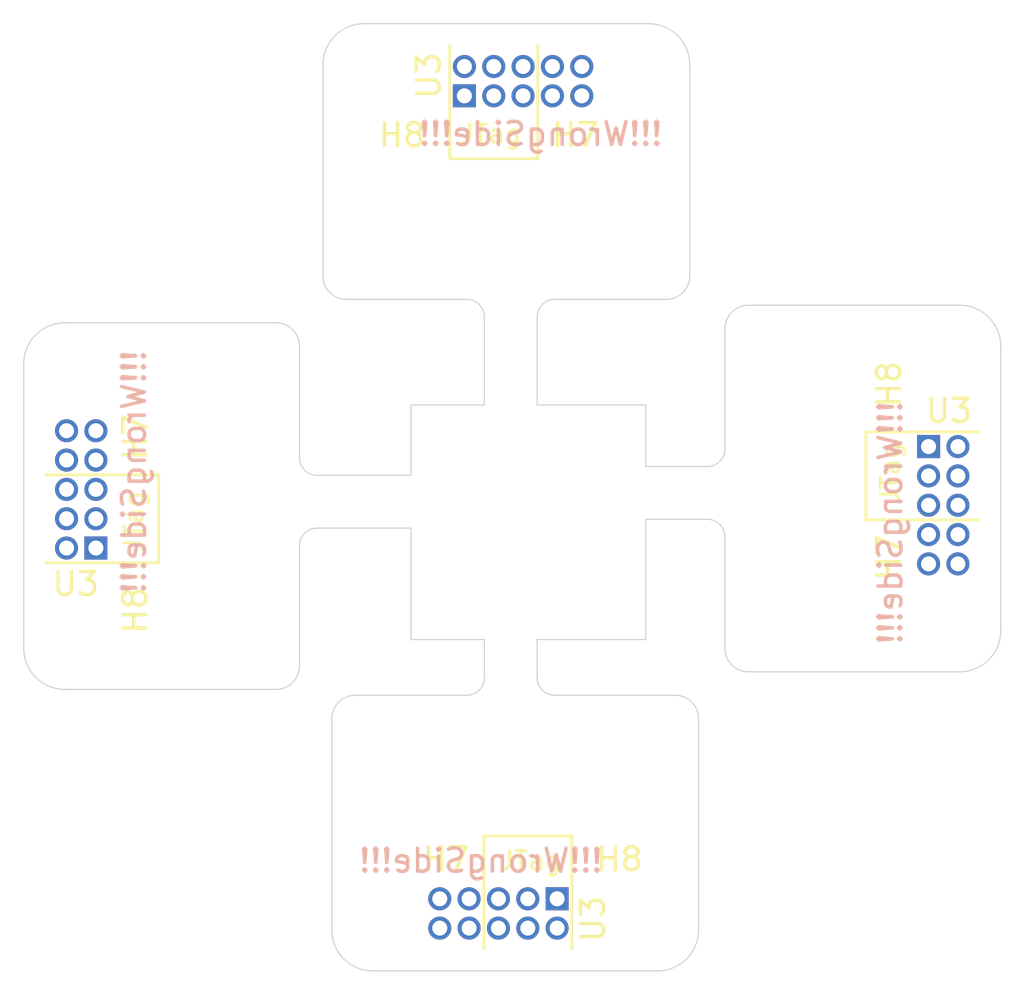
<source format=kicad_pcb>
(kicad_pcb (version 20171130) (host pcbnew 5.1.9)

  (general
    (thickness 1.6)
    (drawings 60)
    (tracks 0)
    (zones 0)
    (modules 12)
    (nets 11)
  )

  (page A4)
  (layers
    (0 F.Cu signal)
    (31 B.Cu signal)
    (32 B.Adhes user)
    (33 F.Adhes user)
    (34 B.Paste user)
    (35 F.Paste user)
    (36 B.SilkS user)
    (37 F.SilkS user)
    (38 B.Mask user)
    (39 F.Mask user)
    (40 Dwgs.User user)
    (41 Cmts.User user)
    (42 Eco1.User user)
    (43 Eco2.User user)
    (44 Edge.Cuts user)
    (45 Margin user)
    (46 B.CrtYd user)
    (47 F.CrtYd user)
    (48 B.Fab user)
    (49 F.Fab user)
  )

  (setup
    (last_trace_width 0.25)
    (trace_clearance 0.2)
    (zone_clearance 0.508)
    (zone_45_only no)
    (trace_min 0.2)
    (via_size 0.8)
    (via_drill 0.4)
    (via_min_size 0.4)
    (via_min_drill 0.3)
    (uvia_size 0.3)
    (uvia_drill 0.1)
    (uvias_allowed no)
    (uvia_min_size 0.2)
    (uvia_min_drill 0.1)
    (edge_width 0.05)
    (segment_width 0.2)
    (pcb_text_width 0.3)
    (pcb_text_size 1.5 1.5)
    (mod_edge_width 0.12)
    (mod_text_size 1 1)
    (mod_text_width 0.15)
    (pad_size 1.524 1.524)
    (pad_drill 0.762)
    (pad_to_mask_clearance 0)
    (aux_axis_origin 0 0)
    (visible_elements FFFFFF7F)
    (pcbplotparams
      (layerselection 0x010fc_ffffffff)
      (usegerberextensions false)
      (usegerberattributes true)
      (usegerberadvancedattributes true)
      (creategerberjobfile true)
      (excludeedgelayer true)
      (linewidth 0.100000)
      (plotframeref false)
      (viasonmask false)
      (mode 1)
      (useauxorigin false)
      (hpglpennumber 1)
      (hpglpenspeed 20)
      (hpglpendiameter 15.000000)
      (psnegative false)
      (psa4output false)
      (plotreference true)
      (plotvalue true)
      (plotinvisibletext false)
      (padsonsilk false)
      (subtractmaskfromsilk false)
      (outputformat 1)
      (mirror false)
      (drillshape 0)
      (scaleselection 1)
      (outputdirectory "plot/"))
  )

  (net 0 "")
  (net 1 "Net-(U3-Pad9)")
  (net 2 "Net-(U3-Pad8)")
  (net 3 "Net-(U3-Pad7)")
  (net 4 "Net-(U3-Pad10)")
  (net 5 "Net-(U3-Pad1)")
  (net 6 "Net-(U3-Pad2)")
  (net 7 "Net-(U3-Pad3)")
  (net 8 "Net-(U3-Pad4)")
  (net 9 "Net-(U3-Pad5)")
  (net 10 "Net-(U3-Pad6)")

  (net_class Default "This is the default net class."
    (clearance 0.2)
    (trace_width 0.25)
    (via_dia 0.8)
    (via_drill 0.4)
    (uvia_dia 0.3)
    (uvia_drill 0.1)
    (add_net "Net-(U3-Pad1)")
    (add_net "Net-(U3-Pad10)")
    (add_net "Net-(U3-Pad2)")
    (add_net "Net-(U3-Pad3)")
    (add_net "Net-(U3-Pad4)")
    (add_net "Net-(U3-Pad5)")
    (add_net "Net-(U3-Pad6)")
    (add_net "Net-(U3-Pad7)")
    (add_net "Net-(U3-Pad8)")
    (add_net "Net-(U3-Pad9)")
  )

  (module KisonCommon:jtag1.27-10 (layer F.Cu) (tedit 607055E8) (tstamp 60809285)
    (at 131.6228 66.5734)
    (descr "Through hole straight pin header, 2x03, 1.27mm pitch, double rows")
    (tags "Through hole pin header THT 2x03 1.27mm double row")
    (path /60848C73)
    (fp_text reference U3 (at 0.875 -1.55) (layer F.SilkS)
      (effects (font (size 1 1) (thickness 0.15)))
    )
    (fp_text value ESP32FullConnector (at 3.302 3.048 270) (layer F.Fab)
      (effects (font (size 1 1) (thickness 0.15)))
    )
    (fp_line (start 2.159 3.175) (end -2.7178 3.175) (layer F.SilkS) (width 0.12))
    (fp_line (start -0.889 5.842) (end -0.889 -0.889) (layer Dwgs.User) (width 0.12))
    (fp_line (start 2.159 5.842) (end -0.889 5.842) (layer Dwgs.User) (width 0.12))
    (fp_line (start 2.159 -0.889) (end 2.159 5.842) (layer Dwgs.User) (width 0.12))
    (fp_line (start -0.889 -0.889) (end 2.159 -0.889) (layer Dwgs.User) (width 0.12))
    (fp_line (start 2.159 -0.635) (end -2.7178 -0.635) (layer F.SilkS) (width 0.12))
    (fp_line (start -2.7178 -0.635) (end -2.7178 3.175) (layer F.SilkS) (width 0.12))
    (fp_text user JTag (at -1.651 1.143 270) (layer F.SilkS)
      (effects (font (size 0.8 0.8) (thickness 0.12)))
    )
    (fp_text user !!!WrongSide!!! (at -1.651 3.302 270) (layer B.SilkS)
      (effects (font (size 1 1) (thickness 0.15)) (justify mirror))
    )
    (pad 6 thru_hole oval (at 1.27 2.54) (size 1 1) (drill 0.65) (layers *.Cu *.Mask))
    (pad 5 thru_hole oval (at 0 2.54) (size 1 1) (drill 0.65) (layers *.Cu *.Mask))
    (pad 4 thru_hole oval (at 1.27 1.27) (size 1 1) (drill 0.65) (layers *.Cu *.Mask))
    (pad 3 thru_hole oval (at 0 1.27) (size 1 1) (drill 0.65) (layers *.Cu *.Mask))
    (pad 2 thru_hole oval (at 1.27 0) (size 1 1) (drill 0.65) (layers *.Cu *.Mask))
    (pad 1 thru_hole rect (at 0 0) (size 1 1) (drill 0.65) (layers *.Cu *.Mask))
    (pad 10 thru_hole oval (at 1.27 5.08) (size 1 1) (drill 0.65) (layers *.Cu *.Mask))
    (pad 7 thru_hole oval (at 0 3.81) (size 1 1) (drill 0.65) (layers *.Cu *.Mask))
    (pad 8 thru_hole oval (at 1.27 3.81) (size 1 1) (drill 0.65) (layers *.Cu *.Mask))
    (pad 9 thru_hole oval (at 0 5.08) (size 1 1) (drill 0.65) (layers *.Cu *.Mask))
    (model ${KISYS3DMOD}/Connector_PinHeader_1.27mm.3dshapes/PinHeader_2x03_P1.27mm_Vertical.wrl
      (at (xyz 0 0 0))
      (scale (xyz 1 1 1))
      (rotate (xyz 0 0 0))
    )
  )

  (module MountingHole:MountingHole_2.2mm_M2 (layer F.Cu) (tedit 56D1B4CB) (tstamp 6080927E)
    (at 126.7138 63.875 270)
    (descr "Mounting Hole 2.2mm, no annular, M2")
    (tags "mounting hole 2.2mm no annular m2")
    (path /60849195)
    (attr virtual)
    (fp_text reference H8 (at 0 -3.2 90) (layer F.SilkS)
      (effects (font (size 1 1) (thickness 0.15)))
    )
    (fp_text value MountingHole (at -2.28 -1.8102 180) (layer F.Fab)
      (effects (font (size 1 1) (thickness 0.15)))
    )
    (fp_circle (center 0 0) (end 2.45 0) (layer F.CrtYd) (width 0.05))
    (fp_circle (center 0 0) (end 2.2 0) (layer Cmts.User) (width 0.15))
    (fp_text user %R (at 0.3 0 90) (layer F.Fab)
      (effects (font (size 1 1) (thickness 0.15)))
    )
    (pad 1 np_thru_hole circle (at 0 0 270) (size 2.2 2.2) (drill 2.2) (layers *.Cu *.Mask))
  )

  (module MountingHole:MountingHole_2.2mm_M2 (layer F.Cu) (tedit 56D1B4CB) (tstamp 60809272)
    (at 126.7138 71.375 270)
    (descr "Mounting Hole 2.2mm, no annular, M2")
    (tags "mounting hole 2.2mm no annular m2")
    (path /6084918F)
    (attr virtual)
    (fp_text reference H7 (at 0 -3.2 90) (layer F.SilkS)
      (effects (font (size 1 1) (thickness 0.15)))
    )
    (fp_text value MountingHole (at 3.428 -1.9372) (layer F.Fab)
      (effects (font (size 1 1) (thickness 0.15)))
    )
    (fp_circle (center 0 0) (end 2.45 0) (layer F.CrtYd) (width 0.05))
    (fp_circle (center 0 0) (end 2.2 0) (layer Cmts.User) (width 0.15))
    (fp_text user %R (at 0.3 0 90) (layer F.Fab)
      (effects (font (size 1 1) (thickness 0.15)))
    )
    (pad 1 np_thru_hole circle (at 0 0 270) (size 2.2 2.2) (drill 2.2) (layers *.Cu *.Mask))
  )

  (module KisonCommon:jtag1.27-10 (layer F.Cu) (tedit 607055E8) (tstamp 60809285)
    (at 115.5446 86.1568 270)
    (descr "Through hole straight pin header, 2x03, 1.27mm pitch, double rows")
    (tags "Through hole pin header THT 2x03 1.27mm double row")
    (path /60848C73)
    (fp_text reference U3 (at 0.875 -1.55 90) (layer F.SilkS)
      (effects (font (size 1 1) (thickness 0.15)))
    )
    (fp_text value ESP32FullConnector (at 3.302 3.048 180) (layer F.Fab)
      (effects (font (size 1 1) (thickness 0.15)))
    )
    (fp_line (start 2.159 3.175) (end -2.7178 3.175) (layer F.SilkS) (width 0.12))
    (fp_line (start -0.889 5.842) (end -0.889 -0.889) (layer Dwgs.User) (width 0.12))
    (fp_line (start 2.159 5.842) (end -0.889 5.842) (layer Dwgs.User) (width 0.12))
    (fp_line (start 2.159 -0.889) (end 2.159 5.842) (layer Dwgs.User) (width 0.12))
    (fp_line (start -0.889 -0.889) (end 2.159 -0.889) (layer Dwgs.User) (width 0.12))
    (fp_line (start 2.159 -0.635) (end -2.7178 -0.635) (layer F.SilkS) (width 0.12))
    (fp_line (start -2.7178 -0.635) (end -2.7178 3.175) (layer F.SilkS) (width 0.12))
    (fp_text user JTag (at -1.651 1.143 180) (layer F.SilkS)
      (effects (font (size 0.8 0.8) (thickness 0.12)))
    )
    (fp_text user !!!WrongSide!!! (at -1.651 3.302 180) (layer B.SilkS)
      (effects (font (size 1 1) (thickness 0.15)) (justify mirror))
    )
    (pad 6 thru_hole oval (at 1.27 2.54 270) (size 1 1) (drill 0.65) (layers *.Cu *.Mask))
    (pad 5 thru_hole oval (at 0 2.54 270) (size 1 1) (drill 0.65) (layers *.Cu *.Mask))
    (pad 4 thru_hole oval (at 1.27 1.27 270) (size 1 1) (drill 0.65) (layers *.Cu *.Mask))
    (pad 3 thru_hole oval (at 0 1.27 270) (size 1 1) (drill 0.65) (layers *.Cu *.Mask))
    (pad 2 thru_hole oval (at 1.27 0 270) (size 1 1) (drill 0.65) (layers *.Cu *.Mask))
    (pad 1 thru_hole rect (at 0 0 270) (size 1 1) (drill 0.65) (layers *.Cu *.Mask))
    (pad 10 thru_hole oval (at 1.27 5.08 270) (size 1 1) (drill 0.65) (layers *.Cu *.Mask))
    (pad 7 thru_hole oval (at 0 3.81 270) (size 1 1) (drill 0.65) (layers *.Cu *.Mask))
    (pad 8 thru_hole oval (at 1.27 3.81 270) (size 1 1) (drill 0.65) (layers *.Cu *.Mask))
    (pad 9 thru_hole oval (at 0 5.08 270) (size 1 1) (drill 0.65) (layers *.Cu *.Mask))
    (model ${KISYS3DMOD}/Connector_PinHeader_1.27mm.3dshapes/PinHeader_2x03_P1.27mm_Vertical.wrl
      (at (xyz 0 0 0))
      (scale (xyz 1 1 1))
      (rotate (xyz 0 0 0))
    )
  )

  (module MountingHole:MountingHole_2.2mm_M2 (layer F.Cu) (tedit 56D1B4CB) (tstamp 6080927E)
    (at 118.243 81.2478 180)
    (descr "Mounting Hole 2.2mm, no annular, M2")
    (tags "mounting hole 2.2mm no annular m2")
    (path /60849195)
    (attr virtual)
    (fp_text reference H8 (at 0 -3.2) (layer F.SilkS)
      (effects (font (size 1 1) (thickness 0.15)))
    )
    (fp_text value MountingHole (at -2.28 -1.8102 270) (layer F.Fab)
      (effects (font (size 1 1) (thickness 0.15)))
    )
    (fp_circle (center 0 0) (end 2.45 0) (layer F.CrtYd) (width 0.05))
    (fp_circle (center 0 0) (end 2.2 0) (layer Cmts.User) (width 0.15))
    (fp_text user %R (at 0.3 0) (layer F.Fab)
      (effects (font (size 1 1) (thickness 0.15)))
    )
    (pad 1 np_thru_hole circle (at 0 0 180) (size 2.2 2.2) (drill 2.2) (layers *.Cu *.Mask))
  )

  (module MountingHole:MountingHole_2.2mm_M2 (layer F.Cu) (tedit 56D1B4CB) (tstamp 60809272)
    (at 110.743 81.2478 180)
    (descr "Mounting Hole 2.2mm, no annular, M2")
    (tags "mounting hole 2.2mm no annular m2")
    (path /6084918F)
    (attr virtual)
    (fp_text reference H7 (at 0 -3.2) (layer F.SilkS)
      (effects (font (size 1 1) (thickness 0.15)))
    )
    (fp_text value MountingHole (at 3.428 -1.9372 90) (layer F.Fab)
      (effects (font (size 1 1) (thickness 0.15)))
    )
    (fp_circle (center 0 0) (end 2.45 0) (layer F.CrtYd) (width 0.05))
    (fp_circle (center 0 0) (end 2.2 0) (layer Cmts.User) (width 0.15))
    (fp_text user %R (at 0.3 0) (layer F.Fab)
      (effects (font (size 1 1) (thickness 0.15)))
    )
    (pad 1 np_thru_hole circle (at 0 0 180) (size 2.2 2.2) (drill 2.2) (layers *.Cu *.Mask))
  )

  (module KisonCommon:jtag1.27-10 (layer F.Cu) (tedit 607055E8) (tstamp 60809285)
    (at 95.5802 70.9676 180)
    (descr "Through hole straight pin header, 2x03, 1.27mm pitch, double rows")
    (tags "Through hole pin header THT 2x03 1.27mm double row")
    (path /60848C73)
    (fp_text reference U3 (at 0.875 -1.55) (layer F.SilkS)
      (effects (font (size 1 1) (thickness 0.15)))
    )
    (fp_text value ESP32FullConnector (at 3.302 3.048 270) (layer F.Fab)
      (effects (font (size 1 1) (thickness 0.15)))
    )
    (fp_line (start 2.159 3.175) (end -2.7178 3.175) (layer F.SilkS) (width 0.12))
    (fp_line (start -0.889 5.842) (end -0.889 -0.889) (layer Dwgs.User) (width 0.12))
    (fp_line (start 2.159 5.842) (end -0.889 5.842) (layer Dwgs.User) (width 0.12))
    (fp_line (start 2.159 -0.889) (end 2.159 5.842) (layer Dwgs.User) (width 0.12))
    (fp_line (start -0.889 -0.889) (end 2.159 -0.889) (layer Dwgs.User) (width 0.12))
    (fp_line (start 2.159 -0.635) (end -2.7178 -0.635) (layer F.SilkS) (width 0.12))
    (fp_line (start -2.7178 -0.635) (end -2.7178 3.175) (layer F.SilkS) (width 0.12))
    (fp_text user JTag (at -1.651 1.143 270) (layer F.SilkS)
      (effects (font (size 0.8 0.8) (thickness 0.12)))
    )
    (fp_text user !!!WrongSide!!! (at -1.651 3.302 270) (layer B.SilkS)
      (effects (font (size 1 1) (thickness 0.15)) (justify mirror))
    )
    (pad 6 thru_hole oval (at 1.27 2.54 180) (size 1 1) (drill 0.65) (layers *.Cu *.Mask))
    (pad 5 thru_hole oval (at 0 2.54 180) (size 1 1) (drill 0.65) (layers *.Cu *.Mask))
    (pad 4 thru_hole oval (at 1.27 1.27 180) (size 1 1) (drill 0.65) (layers *.Cu *.Mask))
    (pad 3 thru_hole oval (at 0 1.27 180) (size 1 1) (drill 0.65) (layers *.Cu *.Mask))
    (pad 2 thru_hole oval (at 1.27 0 180) (size 1 1) (drill 0.65) (layers *.Cu *.Mask))
    (pad 1 thru_hole rect (at 0 0 180) (size 1 1) (drill 0.65) (layers *.Cu *.Mask))
    (pad 10 thru_hole oval (at 1.27 5.08 180) (size 1 1) (drill 0.65) (layers *.Cu *.Mask))
    (pad 7 thru_hole oval (at 0 3.81 180) (size 1 1) (drill 0.65) (layers *.Cu *.Mask))
    (pad 8 thru_hole oval (at 1.27 3.81 180) (size 1 1) (drill 0.65) (layers *.Cu *.Mask))
    (pad 9 thru_hole oval (at 0 5.08 180) (size 1 1) (drill 0.65) (layers *.Cu *.Mask))
    (model ${KISYS3DMOD}/Connector_PinHeader_1.27mm.3dshapes/PinHeader_2x03_P1.27mm_Vertical.wrl
      (at (xyz 0 0 0))
      (scale (xyz 1 1 1))
      (rotate (xyz 0 0 0))
    )
  )

  (module MountingHole:MountingHole_2.2mm_M2 (layer F.Cu) (tedit 56D1B4CB) (tstamp 6080927E)
    (at 100.4892 73.666 90)
    (descr "Mounting Hole 2.2mm, no annular, M2")
    (tags "mounting hole 2.2mm no annular m2")
    (path /60849195)
    (attr virtual)
    (fp_text reference H8 (at 0 -3.2 90) (layer F.SilkS)
      (effects (font (size 1 1) (thickness 0.15)))
    )
    (fp_text value MountingHole (at -2.28 -1.8102 180) (layer F.Fab)
      (effects (font (size 1 1) (thickness 0.15)))
    )
    (fp_circle (center 0 0) (end 2.45 0) (layer F.CrtYd) (width 0.05))
    (fp_circle (center 0 0) (end 2.2 0) (layer Cmts.User) (width 0.15))
    (fp_text user %R (at 0.3 0 90) (layer F.Fab)
      (effects (font (size 1 1) (thickness 0.15)))
    )
    (pad 1 np_thru_hole circle (at 0 0 90) (size 2.2 2.2) (drill 2.2) (layers *.Cu *.Mask))
  )

  (module MountingHole:MountingHole_2.2mm_M2 (layer F.Cu) (tedit 56D1B4CB) (tstamp 60809272)
    (at 100.4892 66.166 90)
    (descr "Mounting Hole 2.2mm, no annular, M2")
    (tags "mounting hole 2.2mm no annular m2")
    (path /6084918F)
    (attr virtual)
    (fp_text reference H7 (at 0 -3.2 90) (layer F.SilkS)
      (effects (font (size 1 1) (thickness 0.15)))
    )
    (fp_text value MountingHole (at 3.428 -1.9372) (layer F.Fab)
      (effects (font (size 1 1) (thickness 0.15)))
    )
    (fp_circle (center 0 0) (end 2.45 0) (layer F.CrtYd) (width 0.05))
    (fp_circle (center 0 0) (end 2.2 0) (layer Cmts.User) (width 0.15))
    (fp_text user %R (at 0.3 0 90) (layer F.Fab)
      (effects (font (size 1 1) (thickness 0.15)))
    )
    (pad 1 np_thru_hole circle (at 0 0 90) (size 2.2 2.2) (drill 2.2) (layers *.Cu *.Mask))
  )

  (module KisonCommon:jtag1.27-10 (layer F.Cu) (tedit 607055E8) (tstamp 60808B8A)
    (at 111.5314 51.3842 90)
    (descr "Through hole straight pin header, 2x03, 1.27mm pitch, double rows")
    (tags "Through hole pin header THT 2x03 1.27mm double row")
    (path /60848C73)
    (fp_text reference U3 (at 0.875 -1.55 90) (layer F.SilkS)
      (effects (font (size 1 1) (thickness 0.15)))
    )
    (fp_text value ESP32FullConnector (at 3.302 3.048 180) (layer F.Fab)
      (effects (font (size 1 1) (thickness 0.15)))
    )
    (fp_line (start 2.159 3.175) (end -2.7178 3.175) (layer F.SilkS) (width 0.12))
    (fp_line (start -0.889 5.842) (end -0.889 -0.889) (layer Dwgs.User) (width 0.12))
    (fp_line (start 2.159 5.842) (end -0.889 5.842) (layer Dwgs.User) (width 0.12))
    (fp_line (start 2.159 -0.889) (end 2.159 5.842) (layer Dwgs.User) (width 0.12))
    (fp_line (start -0.889 -0.889) (end 2.159 -0.889) (layer Dwgs.User) (width 0.12))
    (fp_line (start 2.159 -0.635) (end -2.7178 -0.635) (layer F.SilkS) (width 0.12))
    (fp_line (start -2.7178 -0.635) (end -2.7178 3.175) (layer F.SilkS) (width 0.12))
    (fp_text user !!!WrongSide!!! (at -1.651 3.302 180) (layer B.SilkS)
      (effects (font (size 1 1) (thickness 0.15)) (justify mirror))
    )
    (fp_text user JTag (at -1.651 1.143 180) (layer F.SilkS)
      (effects (font (size 0.8 0.8) (thickness 0.12)))
    )
    (pad 9 thru_hole oval (at 0 5.08 90) (size 1 1) (drill 0.65) (layers *.Cu *.Mask)
      (net 1 "Net-(U3-Pad9)"))
    (pad 8 thru_hole oval (at 1.27 3.81 90) (size 1 1) (drill 0.65) (layers *.Cu *.Mask)
      (net 2 "Net-(U3-Pad8)"))
    (pad 7 thru_hole oval (at 0 3.81 90) (size 1 1) (drill 0.65) (layers *.Cu *.Mask)
      (net 3 "Net-(U3-Pad7)"))
    (pad 10 thru_hole oval (at 1.27 5.08 90) (size 1 1) (drill 0.65) (layers *.Cu *.Mask)
      (net 4 "Net-(U3-Pad10)"))
    (pad 1 thru_hole rect (at 0 0 90) (size 1 1) (drill 0.65) (layers *.Cu *.Mask)
      (net 5 "Net-(U3-Pad1)"))
    (pad 2 thru_hole oval (at 1.27 0 90) (size 1 1) (drill 0.65) (layers *.Cu *.Mask)
      (net 6 "Net-(U3-Pad2)"))
    (pad 3 thru_hole oval (at 0 1.27 90) (size 1 1) (drill 0.65) (layers *.Cu *.Mask)
      (net 7 "Net-(U3-Pad3)"))
    (pad 4 thru_hole oval (at 1.27 1.27 90) (size 1 1) (drill 0.65) (layers *.Cu *.Mask)
      (net 8 "Net-(U3-Pad4)"))
    (pad 5 thru_hole oval (at 0 2.54 90) (size 1 1) (drill 0.65) (layers *.Cu *.Mask)
      (net 9 "Net-(U3-Pad5)"))
    (pad 6 thru_hole oval (at 1.27 2.54 90) (size 1 1) (drill 0.65) (layers *.Cu *.Mask)
      (net 10 "Net-(U3-Pad6)"))
    (model ${KISYS3DMOD}/Connector_PinHeader_1.27mm.3dshapes/PinHeader_2x03_P1.27mm_Vertical.wrl
      (at (xyz 0 0 0))
      (scale (xyz 1 1 1))
      (rotate (xyz 0 0 0))
    )
  )

  (module MountingHole:MountingHole_2.2mm_M2 (layer F.Cu) (tedit 56D1B4CB) (tstamp 60808B30)
    (at 108.833 56.2932)
    (descr "Mounting Hole 2.2mm, no annular, M2")
    (tags "mounting hole 2.2mm no annular m2")
    (path /60849195)
    (attr virtual)
    (fp_text reference H8 (at 0 -3.2) (layer F.SilkS)
      (effects (font (size 1 1) (thickness 0.15)))
    )
    (fp_text value MountingHole (at -2.28 -1.8102 270) (layer F.Fab)
      (effects (font (size 1 1) (thickness 0.15)))
    )
    (fp_circle (center 0 0) (end 2.45 0) (layer F.CrtYd) (width 0.05))
    (fp_circle (center 0 0) (end 2.2 0) (layer Cmts.User) (width 0.15))
    (fp_text user %R (at 0.3 0) (layer F.Fab)
      (effects (font (size 1 1) (thickness 0.15)))
    )
    (pad 1 np_thru_hole circle (at 0 0) (size 2.2 2.2) (drill 2.2) (layers *.Cu *.Mask))
  )

  (module MountingHole:MountingHole_2.2mm_M2 (layer F.Cu) (tedit 56D1B4CB) (tstamp 60808B28)
    (at 116.333 56.2932)
    (descr "Mounting Hole 2.2mm, no annular, M2")
    (tags "mounting hole 2.2mm no annular m2")
    (path /6084918F)
    (attr virtual)
    (fp_text reference H7 (at 0 -3.2) (layer F.SilkS)
      (effects (font (size 1 1) (thickness 0.15)))
    )
    (fp_text value MountingHole (at 3.428 -1.9372 90) (layer F.Fab)
      (effects (font (size 1 1) (thickness 0.15)))
    )
    (fp_circle (center 0 0) (end 2.45 0) (layer F.CrtYd) (width 0.05))
    (fp_circle (center 0 0) (end 2.2 0) (layer Cmts.User) (width 0.15))
    (fp_text user %R (at 0.3 0) (layer F.Fab)
      (effects (font (size 1 1) (thickness 0.15)))
    )
    (pad 1 np_thru_hole circle (at 0 0) (size 2.2 2.2) (drill 2.2) (layers *.Cu *.Mask))
  )

  (gr_line (start 119.38 69.723) (end 119.38 74.93) (layer Edge.Cuts) (width 0.05))
  (gr_line (start 122.047 69.723) (end 119.38 69.723) (layer Edge.Cuts) (width 0.05))
  (gr_line (start 114.681 76.581) (end 114.681 74.93) (layer Edge.Cuts) (width 0.05) (tstamp 608094BE))
  (gr_line (start 114.681 74.93) (end 119.38 74.93) (layer Edge.Cuts) (width 0.05) (tstamp 608094BC))
  (gr_line (start 112.395 76.581) (end 112.395 74.93) (layer Edge.Cuts) (width 0.05))
  (gr_line (start 109.22 70.104) (end 109.22 74.93) (layer Edge.Cuts) (width 0.05) (tstamp 608094AD))
  (gr_line (start 105.156 70.104) (end 109.22 70.104) (layer Edge.Cuts) (width 0.05))
  (gr_line (start 105.156 67.818) (end 109.22 67.818) (layer Edge.Cuts) (width 0.05))
  (gr_line (start 122.047 67.437) (end 119.38 67.437) (layer Edge.Cuts) (width 0.05) (tstamp 608094A3))
  (gr_line (start 114.681 64.77) (end 119.38 64.77) (layer Edge.Cuts) (width 0.05) (tstamp 608094A0))
  (gr_line (start 114.681 60.96) (end 114.681 64.77) (layer Edge.Cuts) (width 0.05) (tstamp 6080949C))
  (gr_line (start 112.395 60.96) (end 112.395 64.77) (layer Edge.Cuts) (width 0.05))
  (gr_line (start 112.395 64.77) (end 109.22 64.77) (layer Edge.Cuts) (width 0.05) (tstamp 60809459))
  (gr_line (start 119.38 67.437) (end 119.38 64.77) (layer Edge.Cuts) (width 0.05))
  (gr_line (start 109.22 74.93) (end 112.395 74.93) (layer Edge.Cuts) (width 0.05))
  (gr_line (start 109.22 64.77) (end 109.22 67.818) (layer Edge.Cuts) (width 0.05))
  (gr_arc (start 122.047 66.675) (end 122.047 67.437) (angle -90) (layer Edge.Cuts) (width 0.05) (tstamp 6080929F))
  (gr_line (start 122.809 75.311) (end 122.809 70.485) (layer Edge.Cuts) (width 0.05) (tstamp 6080929E))
  (gr_arc (start 123.825 75.311) (end 122.809 75.311) (angle -90) (layer Edge.Cuts) (width 0.05) (tstamp 6080929D))
  (gr_arc (start 123.825 61.468) (end 123.825 60.452) (angle -90) (layer Edge.Cuts) (width 0.05) (tstamp 6080929C))
  (gr_line (start 134.747 62.23) (end 134.747 74.549) (layer Edge.Cuts) (width 0.05) (tstamp 6080929B))
  (gr_line (start 132.969 76.327) (end 123.825 76.327) (layer Edge.Cuts) (width 0.05) (tstamp 6080927D))
  (gr_arc (start 122.047 70.485) (end 122.809 70.485) (angle -90) (layer Edge.Cuts) (width 0.05) (tstamp 6080927C))
  (gr_arc (start 132.969 74.549) (end 132.969 76.327) (angle -90) (layer Edge.Cuts) (width 0.05) (tstamp 6080927B))
  (gr_line (start 122.809 61.468) (end 122.809 66.675) (layer Edge.Cuts) (width 0.05) (tstamp 6080927A))
  (gr_line (start 132.969 60.452) (end 123.825 60.452) (layer Edge.Cuts) (width 0.05) (tstamp 60809279))
  (gr_arc (start 132.969 62.23) (end 134.747 62.23) (angle -90) (layer Edge.Cuts) (width 0.05) (tstamp 60809271))
  (gr_arc (start 115.443 76.581) (end 114.681 76.581) (angle -90) (layer Edge.Cuts) (width 0.05) (tstamp 6080929F))
  (gr_line (start 106.807 77.343) (end 111.633 77.343) (layer Edge.Cuts) (width 0.05) (tstamp 6080929E))
  (gr_arc (start 106.807 78.359) (end 106.807 77.343) (angle -90) (layer Edge.Cuts) (width 0.05) (tstamp 6080929D))
  (gr_arc (start 120.65 78.359) (end 121.666 78.359) (angle -90) (layer Edge.Cuts) (width 0.05) (tstamp 6080929C))
  (gr_line (start 119.888 89.281) (end 107.569 89.281) (layer Edge.Cuts) (width 0.05) (tstamp 6080929B))
  (gr_line (start 105.791 87.503) (end 105.791 78.359) (layer Edge.Cuts) (width 0.05) (tstamp 6080927D))
  (gr_arc (start 111.633 76.581) (end 111.633 77.343) (angle -90) (layer Edge.Cuts) (width 0.05) (tstamp 6080927C))
  (gr_arc (start 107.569 87.503) (end 105.791 87.503) (angle -90) (layer Edge.Cuts) (width 0.05) (tstamp 6080927B))
  (gr_line (start 120.65 77.343) (end 115.443 77.343) (layer Edge.Cuts) (width 0.05) (tstamp 6080927A))
  (gr_line (start 121.666 87.503) (end 121.666 78.359) (layer Edge.Cuts) (width 0.05) (tstamp 60809279))
  (gr_arc (start 119.888 87.503) (end 119.888 89.281) (angle -90) (layer Edge.Cuts) (width 0.05) (tstamp 60809271))
  (gr_arc (start 105.156 70.866) (end 105.156 70.104) (angle -90) (layer Edge.Cuts) (width 0.05) (tstamp 6080929F))
  (gr_line (start 104.394 62.23) (end 104.394 67.056) (layer Edge.Cuts) (width 0.05) (tstamp 6080929E))
  (gr_arc (start 103.378 62.23) (end 104.394 62.23) (angle -90) (layer Edge.Cuts) (width 0.05) (tstamp 6080929D))
  (gr_arc (start 103.378 76.073) (end 103.378 77.089) (angle -90) (layer Edge.Cuts) (width 0.05) (tstamp 6080929C))
  (gr_line (start 92.456 75.311) (end 92.456 62.992) (layer Edge.Cuts) (width 0.05) (tstamp 6080929B))
  (gr_line (start 94.234 61.214) (end 103.378 61.214) (layer Edge.Cuts) (width 0.05) (tstamp 6080927D))
  (gr_arc (start 105.156 67.056) (end 104.394 67.056) (angle -90) (layer Edge.Cuts) (width 0.05) (tstamp 6080927C))
  (gr_arc (start 94.234 62.992) (end 94.234 61.214) (angle -90) (layer Edge.Cuts) (width 0.05) (tstamp 6080927B))
  (gr_line (start 104.394 76.073) (end 104.394 70.866) (layer Edge.Cuts) (width 0.05) (tstamp 6080927A))
  (gr_line (start 94.234 77.089) (end 103.378 77.089) (layer Edge.Cuts) (width 0.05) (tstamp 60809279))
  (gr_arc (start 94.234 75.311) (end 92.456 75.311) (angle -90) (layer Edge.Cuts) (width 0.05) (tstamp 60809271))
  (gr_arc (start 111.633 60.96) (end 112.395 60.96) (angle -90) (layer Edge.Cuts) (width 0.05) (tstamp 6080925D))
  (gr_arc (start 115.443 60.96) (end 115.443 60.198) (angle -90) (layer Edge.Cuts) (width 0.05))
  (gr_arc (start 120.269 59.182) (end 120.269 60.198) (angle -90) (layer Edge.Cuts) (width 0.05) (tstamp 6080921D))
  (gr_arc (start 106.426 59.182) (end 105.41 59.182) (angle -90) (layer Edge.Cuts) (width 0.05))
  (gr_arc (start 107.188 50.038) (end 107.188 48.26) (angle -90) (layer Edge.Cuts) (width 0.05) (tstamp 6080920B))
  (gr_arc (start 119.507 50.038) (end 121.285 50.038) (angle -90) (layer Edge.Cuts) (width 0.05))
  (gr_line (start 106.426 60.198) (end 111.633 60.198) (layer Edge.Cuts) (width 0.05))
  (gr_line (start 105.41 50.038) (end 105.41 59.182) (layer Edge.Cuts) (width 0.05))
  (gr_line (start 120.269 60.198) (end 115.443 60.198) (layer Edge.Cuts) (width 0.05))
  (gr_line (start 121.285 50.038) (end 121.285 59.182) (layer Edge.Cuts) (width 0.05))
  (gr_line (start 107.188 48.26) (end 119.507 48.26) (layer Edge.Cuts) (width 0.05))

)

</source>
